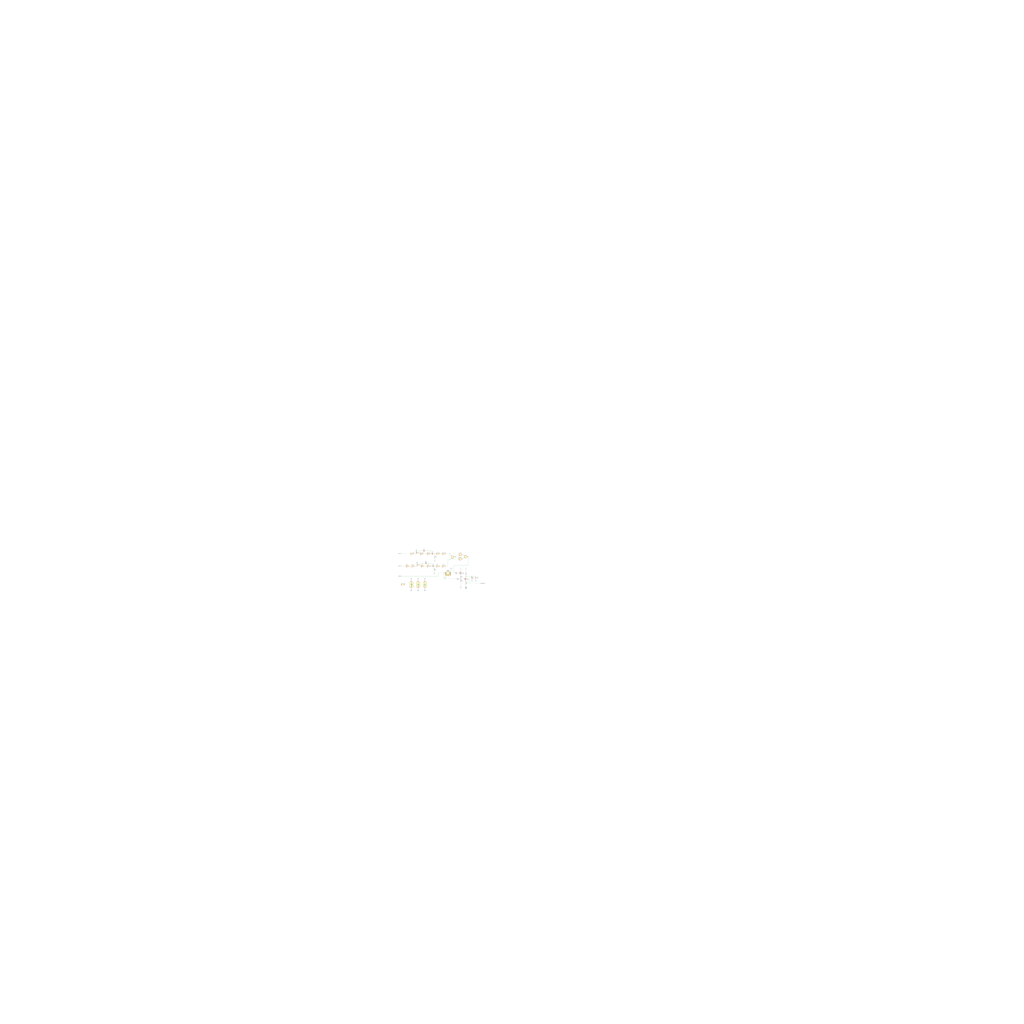
<source format=kicad_sch>
(kicad_sch (version 20231120) (generator "eeschema") (generator_version "8.0")
  (paper "User" 3048 3048)
  (lib_symbols
    (symbol "74xx:7400" (pin_names (offset 1.016))
      (property "Reference" "U" (at 0 1.27 0))
      (property "Value" "7400" (at 0 -1.27 0))
      (symbol "7400_1_1"
        (arc (start 0 -3.81) (mid 3.7934 0) (end 0 3.81) (stroke (width 0.254)) (fill (type background)))
        (polyline (pts (xy 0 3.81) (xy -3.81 3.81) (xy -3.81 -3.81) (xy 0 -3.81)) (stroke (width 0.254)) (fill (type background)))
        (pin input line (at -7.62 2.54 0) (length 3.81) (name "~") (number "1"))
        (pin input line (at -7.62 -2.54 0) (length 3.81) (name "~") (number "2"))
        (pin output inverted (at 7.62 0 180) (length 3.81) (name "~") (number "3"))
      )
      (symbol "7400_1_2"
        (arc (start -3.81 -3.81) (mid -2.589 0) (end -3.81 3.81) (stroke (width 0.254)))
        (arc (start -0.6096 -3.81) (mid 2.1842 -2.5851) (end 3.81 0) (stroke (width 0.254)) (fill (type background)))
        (polyline (pts (xy -3.81 -3.81) (xy -0.635 -3.81)) (stroke (width 0.254)) (fill (type background)))
        (polyline (pts (xy -3.81 3.81) (xy -0.635 3.81)) (stroke (width 0.254)) (fill (type background)))
        (polyline (pts (xy -0.635 3.81) (xy -3.81 3.81) (xy -3.81 3.81) (xy -3.556 3.4036) (xy -3.0226 2.2606) (xy -2.6924 1.0414) (xy -2.6162 -0.254) (xy -2.7686 -1.4986) (xy -3.175 -2.7178) (xy -3.81 -3.81) (xy -3.81 -3.81) (xy -0.635 -3.81)) (stroke (width -25.4)) (fill (type background)))
        (arc (start 3.81 0) (mid 2.1915 2.5936) (end -0.6096 3.81) (stroke (width 0.254)) (fill (type background)))
        (pin input inverted (at -7.62 2.54 0) (length 4.318) (name "~") (number "1"))
        (pin input inverted (at -7.62 -2.54 0) (length 4.318) (name "~") (number "2"))
        (pin output line (at 7.62 0 180) (length 3.81) (name "~") (number "3"))
      )
      (symbol "7400_2_1"
        (arc (start 0 -3.81) (mid 3.7934 0) (end 0 3.81) (stroke (width 0.254)) (fill (type background)))
        (polyline (pts (xy 0 3.81) (xy -3.81 3.81) (xy -3.81 -3.81) (xy 0 -3.81)) (stroke (width 0.254)) (fill (type background)))
        (pin input line (at -7.62 2.54 0) (length 3.81) (name "~") (number "4"))
        (pin input line (at -7.62 -2.54 0) (length 3.81) (name "~") (number "5"))
        (pin output inverted (at 7.62 0 180) (length 3.81) (name "~") (number "6"))
      )
      (symbol "7400_2_2"
        (arc (start -3.81 -3.81) (mid -2.589 0) (end -3.81 3.81) (stroke (width 0.254)))
        (arc (start -0.6096 -3.81) (mid 2.1842 -2.5851) (end 3.81 0) (stroke (width 0.254)) (fill (type background)))
        (polyline (pts (xy -3.81 -3.81) (xy -0.635 -3.81)) (stroke (width 0.254)) (fill (type background)))
        (polyline (pts (xy -3.81 3.81) (xy -0.635 3.81)) (stroke (width 0.254)) (fill (type background)))
        (polyline (pts (xy -0.635 3.81) (xy -3.81 3.81) (xy -3.81 3.81) (xy -3.556 3.4036) (xy -3.0226 2.2606) (xy -2.6924 1.0414) (xy -2.6162 -0.254) (xy -2.7686 -1.4986) (xy -3.175 -2.7178) (xy -3.81 -3.81) (xy -3.81 -3.81) (xy -0.635 -3.81)) (stroke (width -25.4)) (fill (type background)))
        (arc (start 3.81 0) (mid 2.1915 2.5936) (end -0.6096 3.81) (stroke (width 0.254)) (fill (type background)))
        (pin input inverted (at -7.62 2.54 0) (length 4.318) (name "~") (number "4"))
        (pin input inverted (at -7.62 -2.54 0) (length 4.318) (name "~") (number "5"))
        (pin output line (at 7.62 0 180) (length 3.81) (name "~") (number "6"))
      )
      (symbol "7400_3_1"
        (arc (start 0 -3.81) (mid 3.7934 0) (end 0 3.81) (stroke (width 0.254)) (fill (type background)))
        (polyline (pts (xy 0 3.81) (xy -3.81 3.81) (xy -3.81 -3.81) (xy 0 -3.81)) (stroke (width 0.254)) (fill (type background)))
        (pin input line (at -7.62 -2.54 0) (length 3.81) (name "~") (number "10"))
        (pin output inverted (at 7.62 0 180) (length 3.81) (name "~") (number "8"))
        (pin input line (at -7.62 2.54 0) (length 3.81) (name "~") (number "9"))
      )
      (symbol "7400_3_2"
        (arc (start -3.81 -3.81) (mid -2.589 0) (end -3.81 3.81) (stroke (width 0.254)))
        (arc (start -0.6096 -3.81) (mid 2.1842 -2.5851) (end 3.81 0) (stroke (width 0.254)) (fill (type background)))
        (polyline (pts (xy -3.81 -3.81) (xy -0.635 -3.81)) (stroke (width 0.254)) (fill (type background)))
        (polyline (pts (xy -3.81 3.81) (xy -0.635 3.81)) (stroke (width 0.254)) (fill (type background)))
        (polyline (pts (xy -0.635 3.81) (xy -3.81 3.81) (xy -3.81 3.81) (xy -3.556 3.4036) (xy -3.0226 2.2606) (xy -2.6924 1.0414) (xy -2.6162 -0.254) (xy -2.7686 -1.4986) (xy -3.175 -2.7178) (xy -3.81 -3.81) (xy -3.81 -3.81) (xy -0.635 -3.81)) (stroke (width -25.4)) (fill (type background)))
        (arc (start 3.81 0) (mid 2.1915 2.5936) (end -0.6096 3.81) (stroke (width 0.254)) (fill (type background)))
        (pin input inverted (at -7.62 -2.54 0) (length 4.318) (name "~") (number "10"))
        (pin output line (at 7.62 0 180) (length 3.81) (name "~") (number "8"))
        (pin input inverted (at -7.62 2.54 0) (length 4.318) (name "~") (number "9"))
      )
      (symbol "7400_4_1"
        (arc (start 0 -3.81) (mid 3.7934 0) (end 0 3.81) (stroke (width 0.254)) (fill (type background)))
        (polyline (pts (xy 0 3.81) (xy -3.81 3.81) (xy -3.81 -3.81) (xy 0 -3.81)) (stroke (width 0.254)) (fill (type background)))
        (pin output inverted (at 7.62 0 180) (length 3.81) (name "~") (number "11"))
        (pin input line (at -7.62 2.54 0) (length 3.81) (name "~") (number "12"))
        (pin input line (at -7.62 -2.54 0) (length 3.81) (name "~") (number "13"))
      )
      (symbol "7400_4_2"
        (arc (start -3.81 -3.81) (mid -2.589 0) (end -3.81 3.81) (stroke (width 0.254)))
        (arc (start -0.6096 -3.81) (mid 2.1842 -2.5851) (end 3.81 0) (stroke (width 0.254)) (fill (type background)))
        (polyline (pts (xy -3.81 -3.81) (xy -0.635 -3.81)) (stroke (width 0.254)) (fill (type background)))
        (polyline (pts (xy -3.81 3.81) (xy -0.635 3.81)) (stroke (width 0.254)) (fill (type background)))
        (polyline (pts (xy -0.635 3.81) (xy -3.81 3.81) (xy -3.81 3.81) (xy -3.556 3.4036) (xy -3.0226 2.2606) (xy -2.6924 1.0414) (xy -2.6162 -0.254) (xy -2.7686 -1.4986) (xy -3.175 -2.7178) (xy -3.81 -3.81) (xy -3.81 -3.81) (xy -0.635 -3.81)) (stroke (width -25.4)) (fill (type background)))
        (arc (start 3.81 0) (mid 2.1915 2.5936) (end -0.6096 3.81) (stroke (width 0.254)) (fill (type background)))
        (pin output line (at 7.62 0 180) (length 3.81) (name "~") (number "11"))
        (pin input inverted (at -7.62 2.54 0) (length 4.318) (name "~") (number "12"))
        (pin input inverted (at -7.62 -2.54 0) (length 4.318) (name "~") (number "13"))
      )
      (symbol "7400_5_0"
        (pin power_in line (at 0 12.7 270) (length 5.08) (name "VCC") (number "14"))
        (pin power_in line (at 0 -12.7 90) (length 5.08) (name "GND") (number "7"))
      )
      (symbol "7400_5_1"
        (rectangle (start -5.08 7.62) (end 5.08 -7.62) (stroke (width 0.254)) (fill (type background)))
      )
    )
    (symbol "ArfonSymbols:7404_individual_gates" (pin_names (offset 1.016))
      (property "Reference" "U" (at 1.778 9.144 0))
      (property "Value" "7404_individual_gates" (at 0.254 0 0))
      (symbol "7404_individual_gates_1_1"
        (polyline (pts (xy 5.08 0) (xy -2.54 3.81) (xy -2.54 -3.81) (xy 5.08 0)) (stroke (width 0.254)) (fill (type background)))
        (pin input line (at -6.35 0 0) (length 3.81) (name "~") (number "1"))
        (pin output inverted (at 8.89 0 180) (length 3.81) (name "~") (number "2"))
      )
      (symbol "7404_individual_gates_1_2"
        (arc (start -3.81 -3.81) (mid -2.589 0) (end -3.81 3.81) (stroke (width 0.254)))
        (arc (start -0.6096 -3.81) (mid 2.1842 -2.5851) (end 3.81 0) (stroke (width 0.254)) (fill (type background)))
        (polyline (pts (xy -3.81 -3.81) (xy -0.635 -3.81)) (stroke (width 0.254)) (fill (type background)))
        (polyline (pts (xy -3.81 3.81) (xy -0.635 3.81)) (stroke (width 0.254)) (fill (type background)))
        (polyline (pts (xy -0.635 3.81) (xy -3.81 3.81) (xy -3.81 3.81) (xy -3.556 3.4036) (xy -3.0226 2.2606) (xy -2.6924 1.0414) (xy -2.6162 -0.254) (xy -2.7686 -1.4986) (xy -3.175 -2.7178) (xy -3.81 -3.81) (xy -3.81 -3.81) (xy -0.635 -3.81)) (stroke (width -25.4)) (fill (type background)))
        (arc (start 3.81 0) (mid 2.1915 2.5936) (end -0.6096 3.81) (stroke (width 0.254)) (fill (type background)))
        (pin open_collector line (at 7.62 0 180) (length 3.81) (name "~") (number "1"))
        (pin input inverted (at -7.62 2.54 0) (length 4.318) (name "~") (number "2"))
        (pin input inverted (at -7.62 -2.54 0) (length 4.318) (name "~") (number "3"))
      )
      (symbol "7404_individual_gates_2_1"
        (polyline (pts (xy 5.08 0) (xy -2.54 3.81) (xy -2.54 -3.81) (xy 5.08 0)) (stroke (width 0.254)) (fill (type background)))
        (pin input line (at -6.35 0 0) (length 3.81) (name "~") (number "3"))
        (pin output inverted (at 8.89 0 180) (length 3.81) (name "~") (number "4"))
      )
      (symbol "7404_individual_gates_2_2"
        (arc (start -3.81 -3.81) (mid -2.589 0) (end -3.81 3.81) (stroke (width 0.254)))
        (arc (start -0.6096 -3.81) (mid 2.1842 -2.5851) (end 3.81 0) (stroke (width 0.254)) (fill (type background)))
        (polyline (pts (xy -3.81 -3.81) (xy -0.635 -3.81)) (stroke (width 0.254)) (fill (type background)))
        (polyline (pts (xy -3.81 3.81) (xy -0.635 3.81)) (stroke (width 0.254)) (fill (type background)))
        (polyline (pts (xy -0.635 3.81) (xy -3.81 3.81) (xy -3.81 3.81) (xy -3.556 3.4036) (xy -3.0226 2.2606) (xy -2.6924 1.0414) (xy -2.6162 -0.254) (xy -2.7686 -1.4986) (xy -3.175 -2.7178) (xy -3.81 -3.81) (xy -3.81 -3.81) (xy -0.635 -3.81)) (stroke (width -25.4)) (fill (type background)))
        (arc (start 3.81 0) (mid 2.1915 2.5936) (end -0.6096 3.81) (stroke (width 0.254)) (fill (type background)))
        (pin open_collector line (at 7.62 0 180) (length 3.81) (name "~") (number "4"))
        (pin input inverted (at -7.62 2.54 0) (length 4.318) (name "~") (number "5"))
        (pin input inverted (at -7.62 -2.54 0) (length 4.318) (name "~") (number "6"))
      )
      (symbol "7404_individual_gates_3_1"
        (polyline (pts (xy 5.08 0) (xy -2.54 3.81) (xy -2.54 -3.81) (xy 5.08 0)) (stroke (width 0.254)) (fill (type background)))
        (pin input line (at -6.35 0 0) (length 3.81) (name "~") (number "5"))
        (pin output inverted (at 8.89 0 180) (length 3.81) (name "~") (number "6"))
      )
      (symbol "7404_individual_gates_3_2"
        (arc (start -3.81 -3.81) (mid -2.589 0) (end -3.81 3.81) (stroke (width 0.254)))
        (arc (start -0.6096 -3.81) (mid 2.1842 -2.5851) (end 3.81 0) (stroke (width 0.254)) (fill (type background)))
        (polyline (pts (xy -3.81 -3.81) (xy -0.635 -3.81)) (stroke (width 0.254)) (fill (type background)))
        (polyline (pts (xy -3.81 3.81) (xy -0.635 3.81)) (stroke (width 0.254)) (fill (type background)))
        (polyline (pts (xy -0.635 3.81) (xy -3.81 3.81) (xy -3.81 3.81) (xy -3.556 3.4036) (xy -3.0226 2.2606) (xy -2.6924 1.0414) (xy -2.6162 -0.254) (xy -2.7686 -1.4986) (xy -3.175 -2.7178) (xy -3.81 -3.81) (xy -3.81 -3.81) (xy -0.635 -3.81)) (stroke (width -25.4)) (fill (type background)))
        (arc (start 3.81 0) (mid 2.1915 2.5936) (end -0.6096 3.81) (stroke (width 0.254)) (fill (type background)))
        (pin open_collector line (at 7.62 0 180) (length 3.81) (name "~") (number "10"))
        (pin input inverted (at -7.62 2.54 0) (length 4.318) (name "~") (number "8"))
        (pin input inverted (at -7.62 -2.54 0) (length 4.318) (name "~") (number "9"))
      )
      (symbol "7404_individual_gates_4_1"
        (polyline (pts (xy 5.08 0) (xy -2.54 3.81) (xy -2.54 -3.81) (xy 5.08 0)) (stroke (width 0.254)) (fill (type background)))
        (pin output inverted (at 8.89 0 180) (length 3.81) (name "~") (number "8"))
        (pin input line (at -6.35 0 0) (length 3.81) (name "~") (number "9"))
      )
      (symbol "7404_individual_gates_4_2"
        (arc (start -3.81 -3.81) (mid -2.589 0) (end -3.81 3.81) (stroke (width 0.254)))
        (arc (start -0.6096 -3.81) (mid 2.1842 -2.5851) (end 3.81 0) (stroke (width 0.254)) (fill (type background)))
        (polyline (pts (xy -3.81 -3.81) (xy -0.635 -3.81)) (stroke (width 0.254)) (fill (type background)))
        (polyline (pts (xy -3.81 3.81) (xy -0.635 3.81)) (stroke (width 0.254)) (fill (type background)))
        (polyline (pts (xy -0.635 3.81) (xy -3.81 3.81) (xy -3.81 3.81) (xy -3.556 3.4036) (xy -3.0226 2.2606) (xy -2.6924 1.0414) (xy -2.6162 -0.254) (xy -2.7686 -1.4986) (xy -3.175 -2.7178) (xy -3.81 -3.81) (xy -3.81 -3.81) (xy -0.635 -3.81)) (stroke (width -25.4)) (fill (type background)))
        (arc (start 3.81 0) (mid 2.1915 2.5936) (end -0.6096 3.81) (stroke (width 0.254)) (fill (type background)))
        (pin input inverted (at -7.62 2.54 0) (length 4.318) (name "~") (number "11"))
        (pin input inverted (at -7.62 -2.54 0) (length 4.318) (name "~") (number "12"))
        (pin open_collector line (at 7.62 0 180) (length 3.81) (name "~") (number "13"))
      )
      (symbol "7404_individual_gates_5_1"
        (polyline (pts (xy 5.08 0) (xy -2.54 3.81) (xy -2.54 -3.81) (xy 5.08 0)) (stroke (width 0.254)) (fill (type background)))
        (pin output inverted (at 8.89 0 180) (length 3.81) (name "~") (number "10"))
        (pin input line (at -6.35 0 0) (length 3.81) (name "~") (number "11"))
      )
      (symbol "7404_individual_gates_6_1"
        (polyline (pts (xy 5.08 0) (xy -2.54 3.81) (xy -2.54 -3.81) (xy 5.08 0)) (stroke (width 0.254)) (fill (type background)))
        (pin output inverted (at 8.89 0 180) (length 3.81) (name "~") (number "12"))
        (pin input line (at -6.35 0 0) (length 3.81) (name "~") (number "13"))
      )
      (symbol "7404_individual_gates_6_2"
        (arc (start -3.81 -3.81) (mid -2.589 0) (end -3.81 3.81) (stroke (width 0.254)))
        (arc (start -0.6096 -3.81) (mid 2.1842 -2.5851) (end 3.81 0) (stroke (width 0.254)) (fill (type background)))
        (polyline (pts (xy -3.81 -3.81) (xy -0.635 -3.81)) (stroke (width 0.254)) (fill (type background)))
        (polyline (pts (xy -3.81 3.81) (xy -0.635 3.81)) (stroke (width 0.254)) (fill (type background)))
        (polyline (pts (xy -0.635 3.81) (xy -3.81 3.81) (xy -3.81 3.81) (xy -3.556 3.4036) (xy -3.0226 2.2606) (xy -2.6924 1.0414) (xy -2.6162 -0.254) (xy -2.7686 -1.4986) (xy -3.175 -2.7178) (xy -3.81 -3.81) (xy -3.81 -3.81) (xy -0.635 -3.81)) (stroke (width -25.4)) (fill (type background)))
        (arc (start 3.81 0) (mid 2.1915 2.5936) (end -0.6096 3.81) (stroke (width 0.254)) (fill (type background)))
        (pin open_collector line (at 7.62 0 180) (length 3.81) (name "~") (number "1"))
        (pin input inverted (at -7.62 2.54 0) (length 4.318) (name "~") (number "2"))
        (pin input inverted (at -7.62 -2.54 0) (length 4.318) (name "~") (number "3"))
      )
      (symbol "7404_individual_gates_7_0"
        (pin power_in line (at 0 12.7 270) (length 5.08) (name "VCC") (number "14"))
        (pin power_in line (at 0 -12.7 90) (length 5.08) (name "GND") (number "7"))
      )
      (symbol "7404_individual_gates_7_1"
        (rectangle (start -5.08 7.62) (end 5.08 -7.62) (stroke (width 0.254)) (fill (type background)))
      )
      (symbol "7404_individual_gates_7_2"
        (arc (start -3.81 -3.81) (mid -2.589 0) (end -3.81 3.81) (stroke (width 0.254)))
        (arc (start -0.6096 -3.81) (mid 2.1842 -2.5851) (end 3.81 0) (stroke (width 0.254)) (fill (type background)))
        (polyline (pts (xy -3.81 -3.81) (xy -0.635 -3.81)) (stroke (width 0.254)) (fill (type background)))
        (polyline (pts (xy -3.81 3.81) (xy -0.635 3.81)) (stroke (width 0.254)) (fill (type background)))
        (polyline (pts (xy -0.635 3.81) (xy -3.81 3.81) (xy -3.81 3.81) (xy -3.556 3.4036) (xy -3.0226 2.2606) (xy -2.6924 1.0414) (xy -2.6162 -0.254) (xy -2.7686 -1.4986) (xy -3.175 -2.7178) (xy -3.81 -3.81) (xy -3.81 -3.81) (xy -0.635 -3.81)) (stroke (width -25.4)) (fill (type background)))
        (arc (start 3.81 0) (mid 2.1915 2.5936) (end -0.6096 3.81) (stroke (width 0.254)) (fill (type background)))
        (pin open_collector line (at 7.62 0 180) (length 3.81) (name "~") (number "1"))
        (pin input inverted (at -7.62 2.54 0) (length 4.318) (name "~") (number "2"))
        (pin input inverted (at -7.62 -2.54 0) (length 4.318) (name "~") (number "3"))
      )
    )
    (symbol "ArfonSymbols:Resistor" (pin_numbers hide) (pin_names (offset 0))
      (property "Reference" "R?" (at 3.81 2.54 0))
      (property "Value" "Resistor" (at 4.318 -1.778 0))
      (symbol "Resistor_0_1"
        (polyline (pts (xy 1.778 0) (xy 1.27 0)))
        (polyline (pts (xy 3.302 -0.762) (xy 3.81 0)) (stroke (width 0.254)))
        (polyline (pts (xy 5.334 -0.762) (xy 5.842 0)) (stroke (width 0.254)))
        (polyline (pts (xy 5.842 0) (xy 6.35 0)))
        (polyline (pts (xy 1.778 0) (xy 2.286 0.762) (xy 3.302 -0.762)) (stroke (width 0.254)))
      )
      (symbol "Resistor_1_1"
        (polyline (pts (xy 3.81 0) (xy 4.318 0.762) (xy 5.334 -0.762)) (stroke (width 0.254)))
        (pin passive line (at 0 0 0) (length 1.27) (name "1") (number "1"))
        (pin passive line (at 7.62 0 180) (length 1.27) (name "2") (number "2"))
      )
    )
    (symbol "ArfonSymbols:SN75453"
      (property "Reference" "U" (at 8.382 26.67 0))
      (property "Value" "SN75435" (at 8.89 21.336 0))
      (symbol "SN75453_0_1"
        (polyline (pts (xy 7.62 25.4) (xy 7.62 24.13)))
        (polyline (pts (xy 10.16 25.4) (xy 10.16 24.13)))
        (arc (start 7.62 24.13) (mid 8.89 22.943) (end 10.16 24.13))
      )
      (symbol "SN75453_1_0"
        (text "DUAL OPEN\nCOLLECTOR\nOR" (at 9.144 16.002 0) (effects (font (size 0.762 0.762))))
      )
      (symbol "SN75453_1_1"
        (rectangle (start 2.54 25.4) (end 15.24 12.7) (fill (type background)))
        (pin input line (at 0 22.86 0) (length 2.54) (name "A1") (number "1"))
        (pin output line (at 0 20.32 0) (length 2.54) (name "B1") (number "2"))
        (pin input line (at 0 17.78 0) (length 2.54) (name "Y1") (number "3"))
        (pin power_in line (at 0 15.24 0) (length 2.54) (name "GND") (number "4"))
        (pin input line (at 17.78 15.24 180) (length 2.54) (name "Y1") (number "5"))
        (pin output line (at 17.78 17.78 180) (length 2.54) (name "A2") (number "6"))
        (pin input line (at 17.78 20.32 180) (length 2.54) (name "B2") (number "7"))
        (pin power_in line (at 17.78 22.86 180) (length 2.54) (name "+5V") (number "8"))
      )
    )
    (symbol "Device:C" (pin_numbers hide) (pin_names (offset 0.254))
      (property "Reference" "C" (at 0.635 2.54 0))
      (property "Value" "C" (at 0.635 -2.54 0))
      (symbol "C_0_1"
        (polyline (pts (xy -2.032 -0.762) (xy 2.032 -0.762)) (stroke (width 0.508)))
        (polyline (pts (xy -2.032 0.762) (xy 2.032 0.762)) (stroke (width 0.508)))
      )
      (symbol "C_1_1"
        (pin passive line (at 0 3.81 270) (length 2.794) (name "~") (number "1"))
        (pin passive line (at 0 -3.81 90) (length 2.794) (name "~") (number "2"))
      )
    )
    (symbol "Device:R_Potentiometer" (pin_names (offset 1.016) hide)
      (property "Reference" "RV" (at -4.445 0 90))
      (property "Value" "R_Potentiometer" (at -2.54 0 90))
      (symbol "R_Potentiometer_0_1"
        (polyline (pts (xy 2.54 0) (xy 1.524 0)))
        (polyline (pts (xy 1.143 0) (xy 2.286 0.508) (xy 2.286 -0.508) (xy 1.143 0)) (fill (type outline)))
        (rectangle (start 1.016 2.54) (end -1.016 -2.54) (stroke (width 0.254)))
      )
      (symbol "R_Potentiometer_1_1"
        (pin passive line (at 0 3.81 270) (length 1.27) (name "1") (number "1"))
        (pin passive line (at 3.81 0 180) (length 1.27) (name "2") (number "2"))
        (pin passive line (at 0 -3.81 90) (length 1.27) (name "3") (number "3"))
      )
    )
    (symbol "GenericComponents:Capacitor_-_Polarized" (pin_numbers hide) (pin_names (offset 0.254))
      (property "Reference" "C" (at 1.778 1.778 0))
      (property "Value" "Capacitor" (at 2.54 -5.08 0))
      (symbol "Capacitor_-_Polarized_0_1"
        (polyline (pts (xy -2.54 1.27) (xy -1.524 1.27)))
        (polyline (pts (xy -2.032 1.778) (xy -2.032 0.762)))
        (polyline (pts (xy 0 -2.54) (xy 0 -1.778)))
        (polyline (pts (xy 0 0) (xy 0 -1.016)))
      )
      (symbol "Capacitor_-_Polarized_1_1"
        (polyline (pts (xy -2.54 -1.016) (xy 2.54 -1.016)) (stroke (width 0.254)))
        (arc (start 2.54 -2.794) (mid 0 -1.7419) (end -2.54 -2.794) (stroke (width 0.254)))
        (pin passive line (at 0 2.54 270) (length 2.54) (name "1") (number "1"))
        (pin passive line (at 0 -5.08 90) (length 2.54) (name "2") (number "2"))
      )
    )
    (symbol "Transistor_BJT:2N3904" (pin_names (offset 0) hide)
      (property "Reference" "Q" (at 5.08 1.905 0))
      (property "Value" "2N3904" (at 5.08 0 0))
      (symbol "2N3904_0_1"
        (polyline (pts (xy 0.635 0.635) (xy 2.54 2.54)))
        (polyline (pts (xy 0.635 -0.635) (xy 2.54 -2.54) (xy 2.54 -2.54)))
        (polyline (pts (xy 0.635 1.905) (xy 0.635 -1.905) (xy 0.635 -1.905)) (stroke (width 0.508)))
        (polyline (pts (xy 1.27 -1.778) (xy 1.778 -1.27) (xy 2.286 -2.286) (xy 1.27 -1.778) (xy 1.27 -1.778)) (fill (type outline)))
        (circle (center 1.27 0) (radius 2.8194) (stroke (width 0.254)))
      )
      (symbol "2N3904_1_1"
        (pin passive line (at 2.54 -5.08 90) (length 2.54) (name "E") (number "1"))
        (pin passive line (at -5.08 0 0) (length 5.715) (name "B") (number "2"))
        (pin passive line (at 2.54 5.08 270) (length 2.54) (name "C") (number "3"))
      )
    )
    (symbol "Transistor_BJT:2N3906" (pin_names (offset 0) hide)
      (property "Reference" "Q" (at 5.08 1.905 0))
      (property "Value" "2N3906" (at 5.08 0 0))
      (symbol "2N3906_0_1"
        (polyline (pts (xy 0.635 0.635) (xy 2.54 2.54)))
        (polyline (pts (xy 0.635 -0.635) (xy 2.54 -2.54) (xy 2.54 -2.54)))
        (polyline (pts (xy 0.635 1.905) (xy 0.635 -1.905) (xy 0.635 -1.905)) (stroke (width 0.508)))
        (polyline (pts (xy 2.286 -1.778) (xy 1.778 -2.286) (xy 1.27 -1.27) (xy 2.286 -1.778) (xy 2.286 -1.778)) (fill (type outline)))
        (circle (center 1.27 0) (radius 2.8194) (stroke (width 0.254)))
      )
      (symbol "2N3906_1_1"
        (pin passive line (at 2.54 -5.08 90) (length 2.54) (name "E") (number "1"))
        (pin input line (at -5.08 0 0) (length 5.715) (name "B") (number "2"))
        (pin passive line (at 2.54 5.08 270) (length 2.54) (name "C") (number "3"))
      )
    )
    (symbol "power:+5V" (power) (pin_names (offset 0))
      (property "Value" "+5V" (at 0 3.556 0))
      (symbol "+5V_0_1"
        (polyline (pts (xy -0.762 1.27) (xy 0 2.54)))
        (polyline (pts (xy 0 0) (xy 0 2.54)))
        (polyline (pts (xy 0 2.54) (xy 0.762 1.27)))
      )
      (symbol "+5V_1_1"
        (pin power_in line (at 0 0 90) (length 0) hide (name "+5V") (number "1"))
      )
    )
    (symbol "power:GND" (power) (pin_names (offset 0))
      (property "Value" "GND" (at 0 -3.81 0))
      (symbol "GND_0_1"
        (polyline (pts (xy 0 0) (xy 0 -1.27) (xy 1.27 -1.27) (xy 0 -2.54) (xy -1.27 -1.27) (xy 0 -1.27)))
      )
      (symbol "GND_1_1"
        (pin power_in line (at 0 0 270) (length 0) hide (name "GND") (number "1"))
      )
    )
  )
  (junction (at 1283.97 1648.46))
  (junction (at 1386.84 1715.77))
  (junction (at 1371.6 1723.39))
  (junction (at 1247.14 1644.65))
  (junction (at 1404.62 1715.77))
  (junction (at 1283.97 1685.29))
  (junction (at 1292.86 1685.29))
  (junction (at 1294.13 1648.46))
  (junction (at 1249.68 1681.48))
  (junction (at 1320.8 1704.34))
  (junction (at 1386.84 1731.01))
  (junction (at 1338.58 1648.46))
  (junction (at 1356.36 1657.35))
  (junction (at 1338.58 1666.24))
  (wire (pts (xy 1328.42 1685.29) (xy 1332.23 1685.29)))
  (wire (pts (xy 1183.64 1715.77) (xy 1304.29 1715.77)))
  (wire (pts (xy 1285.24 1685.29) (xy 1283.97 1685.29)))
  (wire (pts (xy 1332.23 1685.29) (xy 1332.23 1666.24)))
  (wire (pts (xy 1249.68 1681.48) (xy 1249.68 1685.29)))
  (wire (pts (xy 1324.61 1711.96) (xy 1324.61 1715.77)))
  (wire (pts (xy 1386.84 1739.9) (xy 1386.84 1744.98)))
  (wire (pts (xy 1366.52 1723.39) (xy 1371.6 1723.39)))
  (wire (pts (xy 1371.6 1720.85) (xy 1371.6 1723.39)))
  (wire (pts (xy 1221.74 1685.29) (xy 1220.47 1685.29)))
  (wire (pts (xy 1386.84 1696.72) (xy 1386.84 1704.34)))
  (wire (pts (xy 1295.4 1685.29) (xy 1292.86 1685.29)))
  (wire (pts (xy 1294.13 1648.46) (xy 1295.4 1648.46)))
  (wire (pts (xy 1245.87 1681.48) (xy 1249.68 1681.48)))
  (wire (pts (xy 1404.62 1715.77) (xy 1386.84 1715.77)))
  (wire (pts (xy 1324.61 1706.88) (xy 1320.8 1706.88)))
  (wire (pts (xy 1292.86 1703.07) (xy 1292.86 1699.26)))
  (wire (pts (xy 1386.84 1715.77) (xy 1386.84 1718.31)))
  (wire (pts (xy 1249.68 1676.4) (xy 1263.65 1676.4)))
  (wire (pts (xy 1416.05 1723.39) (xy 1416.05 1724.66)))
  (wire (pts (xy 1386.84 1728.47) (xy 1386.84 1731.01)))
  (wire (pts (xy 1371.6 1696.72) (xy 1371.6 1700.53)))
  (wire (pts (xy 1394.46 1682.75) (xy 1350.01 1682.75)))
  (wire (pts (xy 1320.8 1704.34) (xy 1320.8 1706.88)))
  (wire (pts (xy 1338.58 1666.24) (xy 1362.71 1666.24)))
  (wire (pts (xy 1292.86 1685.29) (xy 1292.86 1691.64)))
  (wire (pts (xy 1283.97 1676.4) (xy 1283.97 1685.29)))
  (wire (pts (xy 1328.42 1648.46) (xy 1338.58 1648.46)))
  (wire (pts (xy 1247.14 1644.65) (xy 1247.14 1639.57)))
  (wire (pts (xy 1371.6 1710.69) (xy 1371.6 1713.23)))
  (wire (pts (xy 1355.09 1657.35) (xy 1356.36 1657.35)))
  (wire (pts (xy 1338.58 1659.89) (xy 1338.58 1666.24)))
  (wire (pts (xy 1320.8 1723.39) (xy 1358.9 1723.39)))
  (wire (pts (xy 1243.33 1644.65) (xy 1247.14 1644.65)))
  (wire (pts (xy 1183.64 1685.29) (xy 1205.23 1685.29)))
  (wire (pts (xy 1183.64 1648.46) (xy 1219.2 1648.46)))
  (wire (pts (xy 1356.36 1661.16) (xy 1362.71 1661.16)))
  (wire (pts (xy 1371.6 1723.39) (xy 1371.6 1724.66)))
  (wire (pts (xy 1267.46 1685.29) (xy 1264.92 1685.29)))
  (wire (pts (xy 1386.84 1711.96) (xy 1386.84 1715.77)))
  (wire (pts (xy 1283.97 1648.46) (xy 1282.7 1648.46)))
  (wire (pts (xy 1262.38 1648.46) (xy 1267.46 1648.46)))
  (wire (pts (xy 1371.6 1732.28) (xy 1371.6 1744.98)))
  (wire (pts (xy 1283.97 1685.29) (xy 1282.7 1685.29)))
  (wire (pts (xy 1320.8 1709.42) (xy 1320.8 1723.39)))
  (wire (pts (xy 1404.62 1723.39) (xy 1404.62 1724.66)))
  (wire (pts (xy 1361.44 1705.61) (xy 1363.98 1705.61)))
  (wire (pts (xy 1283.97 1639.57) (xy 1283.97 1648.46)))
  (wire (pts (xy 1313.18 1685.29) (xy 1310.64 1685.29)))
  (wire (pts (xy 1356.36 1661.16) (xy 1356.36 1657.35)))
  (wire (pts (xy 1304.29 1704.34) (xy 1304.29 1715.77)))
  (wire (pts (xy 1350.01 1682.75) (xy 1350.01 1705.61)))
  (wire (pts (xy 1371.6 1723.39) (xy 1379.22 1723.39)))
  (wire (pts (xy 1379.22 1654.81) (xy 1379.22 1651)))
  (wire (pts (xy 1291.59 1648.46) (xy 1294.13 1648.46)))
  (wire (pts (xy 1338.58 1648.46) (xy 1362.71 1648.46)))
  (wire (pts (xy 1386.84 1731.01) (xy 1398.27 1731.01)))
  (wire (pts (xy 1398.27 1737.36) (xy 1442.72 1737.36)))
  (wire (pts (xy 1271.27 1676.4) (xy 1283.97 1676.4)))
  (wire (pts (xy 1338.58 1654.81) (xy 1338.58 1648.46)))
  (wire (pts (xy 1342.39 1696.72) (xy 1342.39 1704.34)))
  (wire (pts (xy 1377.95 1663.7) (xy 1379.22 1663.7)))
  (wire (pts (xy 1379.22 1651) (xy 1377.95 1651)))
  (wire (pts (xy 1236.98 1685.29) (xy 1242.06 1685.29)))
  (wire (pts (xy 1249.68 1676.4) (xy 1249.68 1681.48)))
  (wire (pts (xy 1338.58 1654.81) (xy 1339.85 1654.81)))
  (wire (pts (xy 1356.36 1657.35) (xy 1356.36 1653.54)))
  (wire (pts (xy 1386.84 1731.01) (xy 1386.84 1732.28)))
  (wire (pts (xy 1320.8 1704.34) (xy 1324.61 1704.34)))
  (wire (pts (xy 1294.13 1662.43) (xy 1294.13 1664.97)))
  (wire (pts (xy 1379.22 1663.7) (xy 1379.22 1659.89)))
  (wire (pts (xy 1294.13 1648.46) (xy 1294.13 1654.81)))
  (wire (pts (xy 1234.44 1648.46) (xy 1239.52 1648.46)))
  (wire (pts (xy 1332.23 1666.24) (xy 1338.58 1666.24)))
  (wire (pts (xy 1404.62 1715.77) (xy 1416.05 1715.77)))
  (wire (pts (xy 1247.14 1639.57) (xy 1258.57 1639.57)))
  (wire (pts (xy 1310.64 1648.46) (xy 1313.18 1648.46)))
  (wire (pts (xy 1247.14 1644.65) (xy 1247.14 1648.46)))
  (wire (pts (xy 1338.58 1659.89) (xy 1339.85 1659.89)))
  (wire (pts (xy 1320.8 1704.34) (xy 1304.29 1704.34)))
  (wire (pts (xy 1266.19 1639.57) (xy 1283.97 1639.57)))
  (wire (pts (xy 1356.36 1653.54) (xy 1362.71 1653.54)))
  (wire (pts (xy 1324.61 1709.42) (xy 1320.8 1709.42)))
  (wire (pts (xy 1398.27 1731.01) (xy 1398.27 1737.36)))
  (wire (pts (xy 1350.01 1705.61) (xy 1353.82 1705.61)))
  (wire (pts (xy 1394.46 1657.35) (xy 1394.46 1682.75)))
  (label "Video IN" (at 1186.18 1715.77 0))
  (label "Composite OUT" (at 1430.02 1737.36 0))
  (label "Vsync IN" (at 1186.18 1648.46 0))
  (label "Hsync IN" (at 1186.18 1685.29 0))
  (symbol (lib_id "GenericComponents:Capacitor_-_Polarized") (at 1416.05 1718.31 0) (unit 1)
    (property "Reference" "C1" (at 1419.86 1717.6114 0) (effects (justify left)))
    (property "Value" "10uF" (at 1419.86 1720.1514 0) (effects (justify left)))
    (property "Description" "Polarized capacitor" (effects (hide yes)))
  )
  (symbol (lib_id "power:GND") (at 1416.05 1724.66 0) (unit 1)
    (property "Reference" "#PWR014" (effects (hide yes)))
    (property "Value" "GND" (at 1416.304 1729.74 0))
    (property "Description" "Power symbol creates a global label with name \"GND\" , ground" (effects (hide yes)))
  )
  (symbol (lib_id "power:+5V") (at 1264.92 1727.2 0) (mirror y) (unit 1)
    (property "Reference" "#PWR025" (effects (hide yes)))
    (property "Value" "+5V" (at 1264.92 1722.12 0))
    (property "Description" "Power symbol creates a global label with name \"+5V\"" (effects (hide yes)))
  )
  (symbol (lib_id "power:+5V") (at 1371.6 1696.72 0) (unit 1)
    (property "Reference" "#PWR017" (effects (hide yes)))
    (property "Value" "+5V" (at 1371.6 1691.64 0))
    (property "Description" "Power symbol creates a global label with name \"+5V\"" (effects (hide yes)))
  )
  (symbol (lib_id "Device:C") (at 1267.46 1676.4 270) (mirror x) (unit 1)
    (property "Reference" "C4" (at 1267.206 1670.304 90))
    (property "Value" "330pF" (at 1267.714 1672.844 90))
    (property "Description" "Unpolarized capacitor" (effects (hide yes)))
  )
  (symbol (lib_id "power:+5V") (at 1342.39 1696.72 0) (unit 1)
    (property "Reference" "#PWR01" (effects (hide yes)))
    (property "Value" "+5V" (at 1342.39 1691.64 0))
    (property "Description" "Power symbol creates a global label with name \"+5V\"" (effects (hide yes)))
  )
  (symbol (lib_id "ArfonSymbols:7404_individual_gates") (at 1273.81 1685.29 0) (unit 3)
    (property "Reference" "U3" (at 1274.064 1685.29 0))
    (property "Value" "74C04" (at 1274.572 1680.464 0))
    (property "Description" "Hex Inverter" (effects (hide yes)))
  )
  (symbol (lib_id "74xx:7400") (at 1264.92 1739.9 0) (unit 5)
    (property "Reference" "U1" (at 1262.888 1738.63 0) (effects (justify left)))
    (property "Value" "74C00" (at 1261.618 1741.17 0) (effects (justify left)))
    (property "Datasheet" "http://www.ti.com/lit/gpn/sn7400" (effects (hide yes)))
    (property "Description" "quad 2-input NAND gate" (effects (hide yes)))
  )
  (symbol (lib_id "Device:C") (at 1287.78 1648.46 270) (mirror x) (unit 1)
    (property "Reference" "C2" (at 1287.78 1642.11 90))
    (property "Value" ".02uF" (at 1287.78 1644.396 90))
    (property "Description" "Unpolarized capacitor" (effects (hide yes)))
  )
  (symbol (lib_id "Device:C") (at 1404.62 1719.58 0) (unit 1)
    (property "Reference" "C6" (at 1407.414 1719.58 0) (effects (justify left)))
    (property "Value" ".01uF" (at 1405.128 1722.374 0) (effects (justify left)))
    (property "Description" "Unpolarized capacitor" (effects (hide yes)))
  )
  (symbol (lib_id "power:GND") (at 1264.92 1752.6 0) (mirror y) (unit 1)
    (property "Reference" "#PWR022" (effects (hide yes)))
    (property "Value" "GND" (at 1264.666 1757.68 0))
    (property "Description" "Power symbol creates a global label with name \"GND\" , ground" (effects (hide yes)))
  )
  (symbol (lib_id "ArfonSymbols:Resistor") (at 1371.6 1713.23 270) (unit 1)
    (property "Reference" "R4" (at 1374.14 1715.262 90))
    (property "Value" "270" (at 1374.648 1717.548 90))
    (property "Description" "Resistor" (effects (hide yes)))
  )
  (symbol (lib_id "74xx:7400") (at 1370.33 1651 0) (unit 2)
    (property "Reference" "U1" (at 1369.822 1651 0))
    (property "Value" "74C00" (at 1370.076 1645.666 0))
    (property "Datasheet" "http://www.ti.com/lit/gpn/sn7400" (effects (hide yes)))
    (property "Description" "quad 2-input NAND gate" (effects (hide yes)))
  )
  (symbol (lib_id "ArfonSymbols:7404_individual_gates") (at 1211.58 1685.29 0) (unit 6)
    (property "Reference" "U3" (at 1211.58 1685.544 0))
    (property "Value" "74C04" (at 1212.088 1680.21 0))
    (property "Description" "Hex Inverter" (effects (hide yes)))
  )
  (symbol (lib_id "power:GND") (at 1294.13 1664.97 0) (mirror y) (unit 1)
    (property "Reference" "#PWR04" (effects (hide yes)))
    (property "Value" "GND" (at 1293.876 1670.05 0))
    (property "Description" "Power symbol creates a global label with name \"GND\" , ground" (effects (hide yes)))
  )
  (symbol (lib_id "ArfonSymbols:Resistor") (at 1386.84 1732.28 270) (unit 1)
    (property "Reference" "R3" (at 1389.38 1734.058 90))
    (property "Value" "82" (at 1389.38 1736.598 90))
    (property "Description" "Resistor" (effects (hide yes)))
  )
  (symbol (lib_id "ArfonSymbols:7404_individual_gates") (at 1228.09 1685.29 0) (unit 1)
    (property "Reference" "U3" (at 1228.598 1685.29 0))
    (property "Value" "74C04" (at 1228.598 1680.21 0))
    (property "Description" "Hex Inverter" (effects (hide yes)))
  )
  (symbol (lib_id "power:GND") (at 1371.6 1744.98 0) (unit 1)
    (property "Reference" "#PWR010" (effects (hide yes)))
    (property "Value" "GND" (at 1371.854 1750.06 0))
    (property "Description" "Power symbol creates a global label with name \"GND\" , ground" (effects (hide yes)))
  )
  (symbol (lib_id "ArfonSymbols:7404_individual_gates") (at 1244.6 1739.9 0) (unit 7)
    (property "Reference" "U2" (at 1242.568 1739.138 0) (effects (justify left)))
    (property "Value" "74C04" (at 1241.298 1741.424 0) (effects (justify left)))
    (property "Description" "Hex Inverter" (effects (hide yes)))
  )
  (symbol (lib_id "power:GND") (at 1324.61 1715.77 0) (unit 1)
    (property "Reference" "#PWR06" (effects (hide yes)))
    (property "Value" "GND" (at 1324.864 1720.85 0))
    (property "Description" "Power symbol creates a global label with name \"GND\" , ground" (effects (hide yes)))
  )
  (symbol (lib_id "power:GND") (at 1292.86 1703.07 0) (mirror y) (unit 1)
    (property "Reference" "#PWR02" (effects (hide yes)))
    (property "Value" "GND" (at 1292.86 1708.15 0))
    (property "Description" "Power symbol creates a global label with name \"GND\" , ground" (effects (hide yes)))
  )
  (symbol (lib_id "Device:C") (at 1289.05 1685.29 270) (mirror x) (unit 1)
    (property "Reference" "C5" (at 1289.05 1679.194 90))
    (property "Value" "470pF" (at 1289.05 1681.48 90))
    (property "Description" "Unpolarized capacitor" (effects (hide yes)))
  )
  (symbol (lib_id "ArfonSymbols:Resistor") (at 1371.6 1724.66 270) (unit 1)
    (property "Reference" "R6" (at 1374.14 1726.692 90))
    (property "Value" "330" (at 1374.648 1729.232 90))
    (property "Description" "Resistor" (effects (hide yes)))
  )
  (symbol (lib_id "ArfonSymbols:Resistor") (at 1292.86 1691.64 90) (mirror x) (unit 1)
    (property "Reference" "R9" (at 1295.4 1694.18 90))
    (property "Value" "19K" (at 1295.654 1696.72 90))
    (property "Description" "Resistor" (effects (hide yes)))
  )
  (symbol (lib_id "ArfonSymbols:7404_individual_gates") (at 1256.03 1685.29 0) (unit 2)
    (property "Reference" "U3" (at 1255.776 1685.544 0))
    (property "Value" "74C04" (at 1257.3 1680.464 0))
    (property "Description" "Hex Inverter" (effects (hide yes)))
  )
  (symbol (lib_id "ArfonSymbols:7404_individual_gates") (at 1197.61 1739.9 0) (unit 6)
    (property "Reference" "U2" (at 1197.356 1739.646 0))
    (property "Value" "74C04" (at 1202.69 1736.598 0))
    (property "Description" "Hex Inverter" (effects (hide yes)))
  )
  (symbol (lib_id "ArfonSymbols:Resistor") (at 1361.44 1705.61 180) (unit 1)
    (property "Reference" "R10" (at 1357.376 1703.324 0))
    (property "Value" "1.8K" (at 1357.63 1708.15 0))
    (property "Description" "Resistor" (effects (hide yes)))
  )
  (symbol (lib_id "ArfonSymbols:7404_individual_gates") (at 1224.28 1739.9 0) (unit 7)
    (property "Reference" "U3" (at 1222.502 1738.63 0) (effects (justify left)))
    (property "Value" "74C04" (at 1221.486 1741.17 0) (effects (justify left)))
    (property "Description" "Hex Inverter" (effects (hide yes)))
  )
  (symbol (lib_id "ArfonSymbols:7404_individual_gates") (at 1319.53 1685.29 0) (unit 4)
    (property "Reference" "U3" (at 1319.022 1685.544 0))
    (property "Value" "74C04" (at 1320.546 1680.718 0))
    (property "Description" "Hex Inverter" (effects (hide yes)))
  )
  (symbol (lib_id "power:+5V") (at 1224.28 1727.2 0) (mirror y) (unit 1)
    (property "Reference" "#PWR012" (effects (hide yes)))
    (property "Value" "+5V" (at 1224.28 1722.12 0))
    (property "Description" "Power symbol creates a global label with name \"+5V\"" (effects (hide yes)))
  )
  (symbol (lib_id "ArfonSymbols:Resistor") (at 1294.13 1662.43 270) (mirror x) (unit 1)
    (property "Reference" "R8" (at 1296.924 1656.334 90))
    (property "Value" "12K" (at 1297.686 1658.62 90))
    (property "Description" "Resistor" (effects (hide yes)))
  )
  (symbol (lib_id "Transistor_BJT:2N3904") (at 1384.3 1723.39 0) (unit 1)
    (property "Reference" "Q1" (at 1389.38 1722.1199 0) (effects (justify left)))
    (property "Value" "2N3904" (at 1389.38 1724.6599 0) (effects (justify left)))
    (property "Footprint" "Package_TO_SOT_THT:TO-92_Inline" (effects (hide yes)))
    (property "Datasheet" "https://www.onsemi.com/pub/Collateral/2N3903-D.PDF" (effects (hide yes)))
    (property "Description" "0.2A Ic, 40V Vce, Small Signal NPN Transistor, TO-92" (effects (hide yes)))
  )
  (symbol (lib_id "Transistor_BJT:2N3906") (at 1369.06 1705.61 0) (unit 1)
    (property "Reference" "Q2" (at 1374.14 1704.3399 0) (effects (justify left)))
    (property "Value" "2N3906" (at 1374.14 1706.8799 0) (effects (justify left)))
    (property "Footprint" "Package_TO_SOT_THT:TO-92_Inline" (effects (hide yes)))
    (property "Datasheet" "https://www.onsemi.com/pub/Collateral/2N3906-D.PDF" (effects (hide yes)))
    (property "Description" "-0.2A Ic, -40V Vce, Small Signal PNP Transistor, TO-92" (effects (hide yes)))
  )
  (symbol (lib_id "power:+5V") (at 1386.84 1696.72 0) (unit 1)
    (property "Reference" "#PWR016" (effects (hide yes)))
    (property "Value" "+5V" (at 1386.84 1691.64 0))
    (property "Description" "Power symbol creates a global label with name \"+5V\"" (effects (hide yes)))
  )
  (symbol (lib_id "power:GND") (at 1224.28 1752.6 0) (mirror y) (unit 1)
    (property "Reference" "#PWR018" (effects (hide yes)))
    (property "Value" "GND" (at 1224.026 1757.68 0))
    (property "Description" "Power symbol creates a global label with name \"GND\" , ground" (effects (hide yes)))
  )
  (symbol (lib_id "Device:R_Potentiometer") (at 1242.06 1681.48 0) (unit 1)
    (property "Reference" "R2" (at 1243.076 1673.352 0) (effects (justify right)))
    (property "Value" "100K" (at 1244.346 1675.13 0) (effects (justify right)))
    (property "Description" "Potentiometer" (effects (hide yes)))
  )
  (symbol (lib_id "ArfonSymbols:SN75453") (at 1324.61 1727.2 0) (unit 1)
    (property "Reference" "U4" (at 1333.5 1696.72 0))
    (property "Value" "SN75435" (at 1333.5 1699.26 0))
  )
  (symbol (lib_id "74xx:7400") (at 1347.47 1657.35 0) (unit 1)
    (property "Reference" "U1" (at 1346.708 1657.35 0))
    (property "Value" "74C00" (at 1346.962 1662.684 0))
    (property "Datasheet" "http://www.ti.com/lit/gpn/sn7400" (effects (hide yes)))
    (property "Description" "quad 2-input NAND gate" (effects (hide yes)))
  )
  (symbol (lib_id "power:+5V") (at 1244.6 1727.2 0) (mirror y) (unit 1)
    (property "Reference" "#PWR024" (effects (hide yes)))
    (property "Value" "+5V" (at 1244.6 1722.12 0))
    (property "Description" "Power symbol creates a global label with name \"+5V\"" (effects (hide yes)))
  )
  (symbol (lib_id "ArfonSymbols:7404_individual_gates") (at 1225.55 1648.46 0) (unit 1)
    (property "Reference" "U2" (at 1225.804 1648.46 0))
    (property "Value" "74C04" (at 1230.63 1645.158 0))
    (property "Description" "Hex Inverter" (effects (hide yes)))
  )
  (symbol (lib_id "ArfonSymbols:7404_individual_gates") (at 1253.49 1648.46 0) (unit 2)
    (property "Reference" "U2" (at 1253.744 1648.46 0))
    (property "Value" "74C04" (at 1257.808 1645.412 0))
    (property "Description" "Hex Inverter" (effects (hide yes)))
  )
  (symbol (lib_id "ArfonSymbols:Resistor") (at 1358.9 1723.39 0) (unit 1)
    (property "Reference" "R5" (at 1362.964 1721.358 0))
    (property "Value" "150" (at 1362.456 1725.676 0))
    (property "Description" "Resistor" (effects (hide yes)))
  )
  (symbol (lib_id "power:GND") (at 1244.6 1752.6 0) (mirror y) (unit 1)
    (property "Reference" "#PWR021" (effects (hide yes)))
    (property "Value" "GND" (at 1244.346 1757.68 0))
    (property "Description" "Power symbol creates a global label with name \"GND\" , ground" (effects (hide yes)))
  )
  (symbol (lib_id "74xx:7400") (at 1370.33 1663.7 0) (unit 4)
    (property "Reference" "U1" (at 1369.314 1663.954 0))
    (property "Value" "74C00" (at 1369.568 1658.62 0))
    (property "Datasheet" "http://www.ti.com/lit/gpn/sn7400" (effects (hide yes)))
    (property "Description" "quad 2-input NAND gate" (effects (hide yes)))
  )
  (symbol (lib_id "ArfonSymbols:7404_individual_gates") (at 1301.75 1685.29 0) (unit 5)
    (property "Reference" "U3" (at 1301.75 1685.29 0))
    (property "Value" "74C04" (at 1301.75 1680.718 0))
    (property "Description" "Hex Inverter" (effects (hide yes)))
  )
  (symbol (lib_id "Device:C") (at 1262.38 1639.57 270) (mirror x) (unit 1)
    (property "Reference" "C3" (at 1262.126 1633.474 90))
    (property "Value" ".047uF" (at 1262.38 1635.76 90))
    (property "Description" "Unpolarized capacitor" (effects (hide yes)))
  )
  (symbol (lib_id "Device:R_Potentiometer") (at 1239.52 1644.65 0) (unit 1)
    (property "Reference" "R1" (at 1240.79 1637.03 0) (effects (justify right)))
    (property "Value" "100K" (at 1242.06 1638.808 0) (effects (justify right)))
    (property "Description" "Potentiometer" (effects (hide yes)))
  )
  (symbol (lib_id "power:GND") (at 1386.84 1744.98 0) (unit 1)
    (property "Reference" "#PWR08" (effects (hide yes)))
    (property "Value" "GND" (at 1387.094 1750.06 0))
    (property "Description" "Power symbol creates a global label with name \"GND\" , ground" (effects (hide yes)))
  )
  (symbol (lib_id "ArfonSymbols:7404_individual_gates") (at 1273.81 1648.46 0) (unit 3)
    (property "Reference" "U2" (at 1274.064 1648.46 0))
    (property "Value" "74C04" (at 1277.112 1644.65 0))
    (property "Description" "Hex Inverter" (effects (hide yes)))
  )
  (symbol (lib_id "power:GND") (at 1386.84 1744.98 0) (unit 1)
    (property "Reference" "#PWR09" (effects (hide yes)))
    (property "Value" "GND" (at 1387.094 1750.06 0))
    (property "Description" "Power symbol creates a global label with name \"GND\" , ground" (effects (hide yes)))
  )
  (symbol (lib_id "ArfonSymbols:7404_individual_gates") (at 1319.53 1648.46 0) (unit 5)
    (property "Reference" "U2" (at 1319.53 1648.46 0))
    (property "Value" "74C04" (at 1323.594 1644.65 0))
    (property "Description" "Hex Inverter" (effects (hide yes)))
  )
  (symbol (lib_id "ArfonSymbols:7404_individual_gates") (at 1301.75 1648.46 0) (unit 4)
    (property "Reference" "U2" (at 1301.75 1648.46 0))
    (property "Value" "74C04" (at 1305.56 1644.65 0))
    (property "Description" "Hex Inverter" (effects (hide yes)))
  )
  (symbol (lib_id "74xx:7400") (at 1386.84 1657.35 0) (unit 3)
    (property "Reference" "U1" (at 1385.824 1657.35 0))
    (property "Value" "74C00" (at 1385.824 1652.27 0))
    (property "Datasheet" "http://www.ti.com/lit/gpn/sn7400" (effects (hide yes)))
    (property "Description" "quad 2-input NAND gate" (effects (hide yes)))
  )
  (symbol (lib_id "ArfonSymbols:Resistor") (at 1386.84 1704.34 270) (unit 1)
    (property "Reference" "R7" (at 1389.38 1705.61 90))
    (property "Value" "47" (at 1389.126 1708.658 90))
    (property "Description" "Resistor" (effects (hide yes)))
  )
  (symbol (lib_id "power:GND") (at 1404.62 1724.66 0) (unit 1)
    (property "Reference" "#PWR013" (effects (hide yes)))
    (property "Value" "GND" (at 1404.874 1729.74 0))
    (property "Description" "Power symbol creates a global label with name \"GND\" , ground" (effects (hide yes)))
  )
)
</source>
